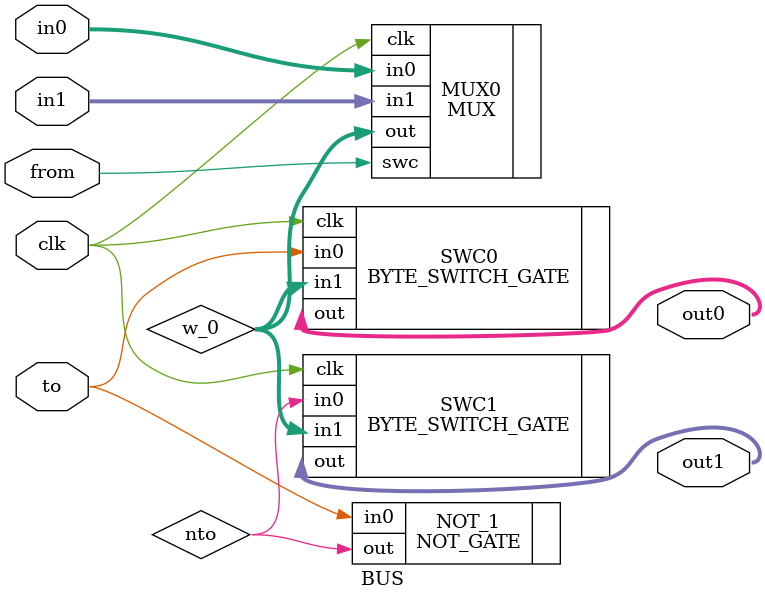
<source format=v>
module BUS(
    input wire clk,
    input wire from,
    input wire to,
    input wire [7:0] in0,
    input wire [7:0] in1,
    output wire [7:0] out0,
    output wire [7:0] out1
);

wire nfrom;
wire nto;
wire [7:0]w_0;
wire [7:0]w_1;
wire [7:0]w_2;

NOT_GATE NOT_1(
    .in0    (to    ),
    .out    (nto    )
);

MUX MUX0(
    .clk    (clk    ),
    .swc (from),
    .in0 (in0),
    .in1 (in1),
    .out (w_0)
);

BYTE_SWITCH_GATE SWC0(
    .clk    (clk    ),
    .in0 (to),
    .in1(w_0),
    .out(out0)
);

BYTE_SWITCH_GATE SWC1(
    .clk    (clk    ),
    .in0 (nto),
    .in1(w_0),
    .out(out1)
);
endmodule
</source>
